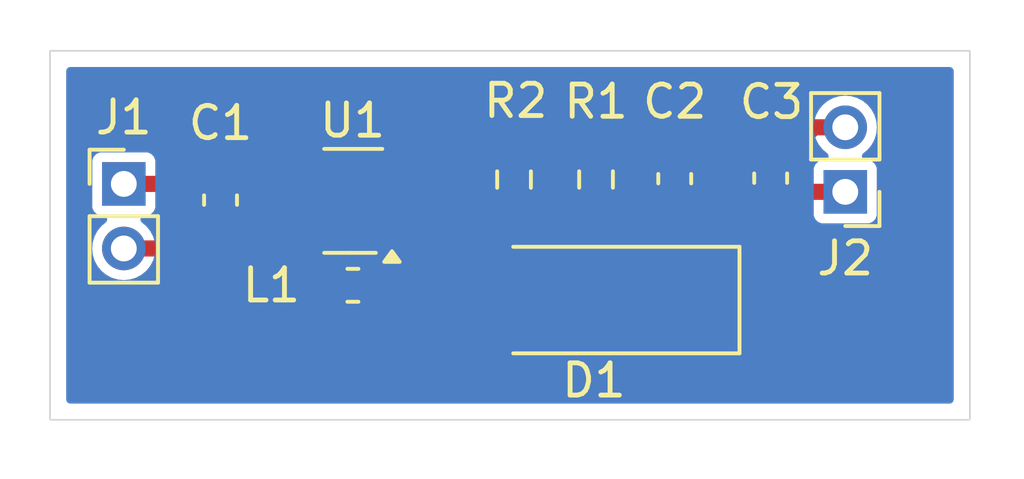
<source format=kicad_pcb>
(kicad_pcb (version 20240108) (generator "pcbnew") (generator_version "8.0")
  (layers (0 "F.Cu" signal) (31 "B.Cu" signal) (34 "B.Paste" user) (35 "F.Paste" user) (36 "B.SilkS" user "B.Silkscreen") (37 "F.SilkS" user "F.Silkscreen") (38 "B.Mask" user) (39 "F.Mask" user) (44 "Edge.Cuts" user))
  (net 0 "")
  (net 1 "Net-(J1-Pin_1)")
  (net 2 "Net-(J1-Pin_2)")
  (net 3 "Net-(D1-K)")
  (net 4 "Net-(U1-FB)")
  (net 5 "Net-(D1-A)")
  (footprint "Connector_PinHeader_2.00mm:PinHeader_1x02_P2.00mm_Vertical" (layer "F.Cu") (at 136.2964 67.3688)
    (property "Reference" "J1" (at 0 -2.06 0) (layer "F.SilkS"))
    (property "Value" "Input")
    (fp_line (start -1.06 -1.06) (end 0 -1.06) (stroke (width 0.12)) (layer "F.SilkS"))
    (fp_line (start -1.06 0) (end -1.06 -1.06) (stroke (width 0.12)) (layer "F.SilkS"))
    (fp_line (start -1.06 1) (end -1.06 3.06) (stroke (width 0.12)) (layer "F.SilkS"))
    (fp_line (start -1.06 1) (end 1.06 1) (stroke (width 0.12)) (layer "F.SilkS"))
    (fp_line (start -1.06 3.06) (end 1.06 3.06) (stroke (width 0.12)) (layer "F.SilkS"))
    (fp_line (start 1.06 1) (end 1.06 3.06) (stroke (width 0.12)) (layer "F.SilkS"))
    (pad "1" thru_hole rect (at 0 0) (size 1.35 1.35) (drill 0.8) (layers "*.Cu" "*.Mask") (net 1 "Net-(J1-Pin_1)"))
    (pad "2" thru_hole oval (at 0 2) (size 1.35 1.35) (drill 0.8) (layers "*.Cu" "*.Mask") (net 2 "Net-(J1-Pin_2)"))
  )
  (footprint "Package_TO_SOT_SMD:SOT-23-6_Handsoldering" (layer "F.Cu") (at 143.4046 67.8942 180)
    (property "Reference" "U1" (at 0.0216 2.4892 0) (layer "F.SilkS"))
    (property "Value" "MT3608" (hide yes))
    (fp_line (start 0.1 -1.61) (end 0.9 -1.61) (stroke (width 0.12)) (layer "F.SilkS"))
    (fp_line (start 0.1 -1.61) (end -0.7 -1.61) (stroke (width 0.12)) (layer "F.SilkS"))
    (fp_line (start -0.9 1.61) (end 0.9 1.61) (stroke (width 0.12)) (layer "F.SilkS"))
    (fp_poly (pts (xy -1.2 -1.56) (xy -1.44 -1.89) (xy -0.96 -1.89) (xy -1.2 -1.56)) (stroke (width 0.12)) (fill solid) (layer "F.SilkS"))
    (pad "1" smd roundrect (at -1.35 -0.95 180) (size 1.56 0.65) (layers "F.Cu" "F.Paste" "F.Mask") (net 5 "Net-(D1-A)"))
    (pad "2" smd roundrect (at -1.35 0 180) (size 1.56 0.65) (layers "F.Cu" "F.Paste" "F.Mask") (net 1 "Net-(J1-Pin_1)"))
    (pad "3" smd roundrect (at -1.35 0.95 180) (size 1.56 0.65) (layers "F.Cu" "F.Paste" "F.Mask") (net 4 "Net-(U1-FB)"))
    (pad "4" smd roundrect (at 1.35 0.95 180) (size 1.56 0.65) (layers "F.Cu" "F.Paste" "F.Mask") (net 2 "Net-(J1-Pin_2)"))
    (pad "5" smd roundrect (at 1.35 0 180) (size 1.56 0.65) (layers "F.Cu" "F.Paste" "F.Mask") (net 2 "Net-(J1-Pin_2)"))
    (pad "6" smd roundrect (at 1.35 -0.95 180) (size 1.56 0.65) (layers "F.Cu" "F.Paste" "F.Mask"))
  )
  (footprint "Capacitor_SMD:C_0603_1608Metric_Pad1.08x0.95mm_HandSolder" (layer "F.Cu") (at 156.337 67.191 90)
    (property "Reference" "C3" (at 2.3611 0.0254 0) (layer "F.SilkS"))
    (property "Value" "22u" (hide yes))
    (fp_line (start -0.146267 -0.51) (end 0.146267 -0.51) (stroke (width 0.12)) (layer "F.SilkS"))
    (fp_line (start -0.146267 0.51) (end 0.146267 0.51) (stroke (width 0.12)) (layer "F.SilkS"))
    (pad "1" smd roundrect (at -0.8625 0 90) (size 1.075 0.95) (layers "F.Cu" "F.Paste" "F.Mask") (net 3 "Net-(D1-K)"))
    (pad "2" smd roundrect (at 0.8625 0 90) (size 1.075 0.95) (layers "F.Cu" "F.Paste" "F.Mask") (net 1 "Net-(J1-Pin_1)"))
  )
  (footprint "Resistor_SMD:R_0603_1608Metric_Pad0.98x0.95mm_HandSolder" (layer "F.Cu") (at 150.9268 67.2319 -90)
    (property "Reference" "R1" (at -2.413 0 180) (layer "F.SilkS"))
    (property "Value" "390k" (hide yes))
    (fp_line (start -0.254724 0.5225) (end 0.254724 0.5225) (stroke (width 0.12)) (layer "F.SilkS"))
    (fp_line (start -0.254724 -0.5225) (end 0.254724 -0.5225) (stroke (width 0.12)) (layer "F.SilkS"))
    (pad "1" smd roundrect (at -0.9125 0 270) (size 0.975 0.95) (layers "F.Cu" "F.Paste" "F.Mask") (net 4 "Net-(U1-FB)"))
    (pad "2" smd roundrect (at 0.9125 0 270) (size 0.975 0.95) (layers "F.Cu" "F.Paste" "F.Mask") (net 3 "Net-(D1-K)"))
  )
  (footprint "Inductor_SMD:L_0603_1608Metric_Pad1.05x0.95mm_HandSolder" (layer "F.Cu") (at 143.3944 70.5104)
    (property "Reference" "L1" (at -2.526 0 0) (layer "F.SilkS"))
    (property "Value" "10u" (hide yes))
    (fp_line (start -0.171267 -0.51) (end 0.171267 -0.51) (stroke (width 0.12)) (layer "F.SilkS"))
    (fp_line (start -0.171267 0.51) (end 0.171267 0.51) (stroke (width 0.12)) (layer "F.SilkS"))
    (pad "1" smd roundrect (at -0.875 0) (size 1.05 0.95) (layers "F.Cu" "F.Paste" "F.Mask") (net 2 "Net-(J1-Pin_2)"))
    (pad "2" smd roundrect (at 0.875 0) (size 1.05 0.95) (layers "F.Cu" "F.Paste" "F.Mask") (net 5 "Net-(D1-A)"))
  )
  (footprint "Capacitor_SMD:C_0603_1608Metric_Pad1.08x0.95mm_HandSolder" (layer "F.Cu") (at 139.2936 67.8699 90)
    (property "Reference" "C1" (at 2.3887 0 0) (layer "F.SilkS"))
    (property "Value" "22u" (hide yes))
    (fp_line (start -0.146267 -0.51) (end 0.146267 -0.51) (stroke (width 0.12)) (layer "F.SilkS"))
    (fp_line (start -0.146267 0.51) (end 0.146267 0.51) (stroke (width 0.12)) (layer "F.SilkS"))
    (pad "1" smd roundrect (at -0.8625 0 90) (size 1.075 0.95) (layers "F.Cu" "F.Paste" "F.Mask") (net 2 "Net-(J1-Pin_2)"))
    (pad "2" smd roundrect (at 0.8625 0 90) (size 1.075 0.95) (layers "F.Cu" "F.Paste" "F.Mask") (net 1 "Net-(J1-Pin_1)"))
  )
  (footprint "Capacitor_SMD:C_0603_1608Metric_Pad1.08x0.95mm_HandSolder" (layer "F.Cu") (at 153.3652 67.2065 90)
    (property "Reference" "C2" (at 2.3876 0 0) (layer "F.SilkS"))
    (property "Value" "22u" (hide yes))
    (fp_line (start -0.146267 -0.51) (end 0.146267 -0.51) (stroke (width 0.12)) (layer "F.SilkS"))
    (fp_line (start -0.146267 0.51) (end 0.146267 0.51) (stroke (width 0.12)) (layer "F.SilkS"))
    (pad "1" smd roundrect (at -0.8625 0 90) (size 1.075 0.95) (layers "F.Cu" "F.Paste" "F.Mask") (net 3 "Net-(D1-K)"))
    (pad "2" smd roundrect (at 0.8625 0 90) (size 1.075 0.95) (layers "F.Cu" "F.Paste" "F.Mask") (net 4 "Net-(U1-FB)"))
  )
  (footprint "Resistor_SMD:R_0603_1608Metric_Pad0.98x0.95mm_HandSolder" (layer "F.Cu") (at 148.3868 67.2338 90)
    (property "Reference" "R2" (at 2.4384 0.0508 0) (layer "F.SilkS"))
    (property "Value" "10k" (hide yes))
    (fp_line (start -0.254724 -0.5225) (end 0.254724 -0.5225) (stroke (width 0.12)) (layer "F.SilkS"))
    (fp_line (start -0.254724 0.5225) (end 0.254724 0.5225) (stroke (width 0.12)) (layer "F.SilkS"))
    (pad "1" smd roundrect (at -0.9125 0 90) (size 0.975 0.95) (layers "F.Cu" "F.Paste" "F.Mask") (net 1 "Net-(J1-Pin_1)"))
    (pad "2" smd roundrect (at 0.9125 0 90) (size 0.975 0.95) (layers "F.Cu" "F.Paste" "F.Mask") (net 4 "Net-(U1-FB)"))
  )
  (footprint "Diode_SMD:D_SMA_Handsoldering" (layer "F.Cu") (at 150.8614 70.9676 180)
    (property "Reference" "D1" (at 0 -2.4892 0) (layer "F.SilkS"))
    (property "Value" ">30V, >2A" (hide yes))
    (fp_line (start -4.51 1.65) (end 2.5 1.65) (stroke (width 0.12)) (layer "F.SilkS"))
    (fp_line (start -4.51 -1.65) (end 2.5 -1.65) (stroke (width 0.12)) (layer "F.SilkS"))
    (fp_line (start -4.51 -1.65) (end -4.51 1.65) (stroke (width 0.12)) (layer "F.SilkS"))
    (pad "1" smd roundrect (at -2.5 0 180) (size 3.5 1.8) (layers "F.Cu" "F.Paste" "F.Mask") (roundrect_rratio 0.1388888889) (net 3 "Net-(D1-K)"))
    (pad "2" smd roundrect (at 2.5 0 180) (size 3.5 1.8) (layers "F.Cu" "F.Paste" "F.Mask") (roundrect_rratio 0.1388888889) (net 5 "Net-(D1-A)"))
  )
  (footprint "Connector_PinHeader_2.00mm:PinHeader_1x02_P2.00mm_Vertical" (layer "F.Cu") (at 158.6484 67.6148 180)
    (property "Reference" "J2" (at 0 -2.06 180) (layer "F.SilkS"))
    (property "Value" "Output")
    (fp_line (start 1.06 1) (end 1.06 3.06) (stroke (width 0.12)) (layer "F.SilkS"))
    (fp_line (start -1.06 3.06) (end 1.06 3.06) (stroke (width 0.12)) (layer "F.SilkS"))
    (fp_line (start -1.06 1) (end 1.06 1) (stroke (width 0.12)) (layer "F.SilkS"))
    (fp_line (start -1.06 1) (end -1.06 3.06) (stroke (width 0.12)) (layer "F.SilkS"))
    (fp_line (start -1.06 0) (end -1.06 -1.06) (stroke (width 0.12)) (layer "F.SilkS"))
    (fp_line (start -1.06 -1.06) (end 0 -1.06) (stroke (width 0.12)) (layer "F.SilkS"))
    (pad "1" thru_hole rect (at 0 0 180) (size 1.35 1.35) (drill 0.8) (layers "*.Cu" "*.Mask") (net 3 "Net-(D1-K)"))
    (pad "2" thru_hole oval (at 0 2 180) (size 1.35 1.35) (drill 0.8) (layers "*.Cu" "*.Mask") (net 1 "Net-(J1-Pin_1)"))
  )
  (gr_rect (start 134.0104 63.246) (end 162.5092 74.676) (stroke (width 0.05)) (fill none) (layer "Edge.Cuts"))
  (segment (start 146.5072 67.8942) (end 146.7593 68.1463) (width 0.5) (layer "F.Cu") (net 1))
  (segment (start 146.7593 68.1463) (end 148.3868 68.1463) (width 0.5) (layer "F.Cu") (net 1))
  (segment (start 156.337 66.3285) (end 155.1087 65.1002) (width 0.5) (layer "F.Cu") (net 1))
  (segment (start 138.0976 67.0074) (end 137.7362 67.3688) (width 0.5) (layer "F.Cu") (net 1))
  (segment (start 139.87625 67.0074) (end 141.25005 65.6336) (width 0.5) (layer "F.Cu") (net 1))
  (segment (start 143.383 66.0654) (end 143.383 67.4624) (width 0.5) (layer "F.Cu") (net 1))
  (segment (start 143.4846 65.1002) (end 142.9512 65.6336) (width 0.5) (layer "F.Cu") (net 1))
  (segment (start 156.9629 66.3285) (end 157.6766 65.6148) (width 0.5) (layer "F.Cu") (net 1))
  (segment (start 143.8148 67.8942) (end 144.7546 67.8942) (width 0.5) (layer "F.Cu") (net 1))
  (segment (start 144.7546 67.8942) (end 146.5072 67.8942) (width 0.5) (layer "F.Cu") (net 1))
  (segment (start 156.337 66.3285) (end 156.9629 66.3285) (width 0.5) (layer "F.Cu") (net 1))
  (segment (start 142.9512 65.6336) (end 143.383 66.0654) (width 0.5) (layer "F.Cu") (net 1))
  (segment (start 143.383 67.4624) (end 143.8148 67.8942) (width 0.5) (layer "F.Cu") (net 1))
  (segment (start 141.25005 65.6336) (end 142.9512 65.6336) (width 0.5) (layer "F.Cu") (net 1))
  (segment (start 138.0976 67.0074) (end 139.2936 67.0074) (width 0.5) (layer "F.Cu") (net 1))
  (segment (start 137.7362 67.3688) (end 136.2964 67.3688) (width 0.5) (layer "F.Cu") (net 1))
  (segment (start 157.6766 65.6148) (end 158.6484 65.6148) (width 0.5) (layer "F.Cu") (net 1))
  (segment (start 139.2936 67.0074) (end 139.87625 67.0074) (width 0.5) (layer "F.Cu") (net 1))
  (segment (start 155.1087 65.1002) (end 143.4846 65.1002) (width 0.5) (layer "F.Cu") (net 1))
  (segment (start 137.438 69.3688) (end 136.2964 69.3688) (width 0.5) (layer "F.Cu") (net 2))
  (segment (start 139.2936 68.7324) (end 139.8524 68.7324) (width 0.5) (layer "F.Cu") (net 2))
  (segment (start 141.3002 70.5104) (end 142.5194 70.5104) (width 0.5) (layer "F.Cu") (net 2))
  (segment (start 140.9294 66.9442) (end 140.5001 67.3735) (width 0.5) (layer "F.Cu") (net 2))
  (segment (start 140.6906 67.8942) (end 142.0546 67.8942) (width 0.5) (layer "F.Cu") (net 2))
  (segment (start 138.0744 68.7324) (end 139.2936 68.7324) (width 0.5) (layer "F.Cu") (net 2))
  (segment (start 139.8524 68.7324) (end 140.6906 67.8942) (width 0.5) (layer "F.Cu") (net 2))
  (segment (start 140.5001 69.7103) (end 141.3002 70.5104) (width 0.5) (layer "F.Cu") (net 2))
  (segment (start 138.0744 68.7324) (end 137.438 69.3688) (width 0.5) (layer "F.Cu") (net 2))
  (segment (start 140.5001 67.3735) (end 140.5001 69.7103) (width 0.5) (layer "F.Cu") (net 2))
  (segment (start 142.0546 66.9442) (end 140.9294 66.9442) (width 0.5) (layer "F.Cu") (net 2))
  (segment (start 156.337 68.0535) (end 156.9477 68.0535) (width 0.5) (layer "F.Cu") (net 3))
  (segment (start 153.3652 68.069) (end 156.3215 68.069) (width 0.5) (layer "F.Cu") (net 3))
  (segment (start 156.3215 68.069) (end 156.337 68.0535) (width 0.5) (layer "F.Cu") (net 3))
  (segment (start 153.3614 68.0728) (end 153.3652 68.069) (width 0.5) (layer "F.Cu") (net 3))
  (segment (start 150.9268 68.1444) (end 153.2898 68.1444) (width 0.5) (layer "F.Cu") (net 3))
  (segment (start 156.9477 68.0535) (end 157.3864 67.6148) (width 0.5) (layer "F.Cu") (net 3))
  (segment (start 157.3864 67.6148) (end 158.6484 67.6148) (width 0.5) (layer "F.Cu") (net 3))
  (segment (start 153.3614 70.9676) (end 153.3614 68.0728) (width 0.5) (layer "F.Cu") (net 3))
  (segment (start 153.2898 68.1444) (end 153.3652 68.069) (width 0.5) (layer "F.Cu") (net 3))
  (segment (start 150.9268 66.3194) (end 148.3887 66.3194) (width 0.5) (layer "F.Cu") (net 4))
  (segment (start 150.9514 66.344) (end 150.9268 66.3194) (width 0.5) (layer "F.Cu") (net 4))
  (segment (start 146.3396 66.9442) (end 144.7546 66.9442) (width 0.5) (layer "F.Cu") (net 4))
  (segment (start 146.9625 66.3213) (end 146.3396 66.9442) (width 0.5) (layer "F.Cu") (net 4))
  (segment (start 148.3868 66.3213) (end 146.9625 66.3213) (width 0.5) (layer "F.Cu") (net 4))
  (segment (start 153.3652 66.344) (end 150.9514 66.344) (width 0.5) (layer "F.Cu") (net 4))
  (segment (start 148.3887 66.3194) (end 148.3868 66.3213) (width 0.5) (layer "F.Cu") (net 4))
  (segment (start 143.9926 69.6468) (end 143.5608 69.6468) (width 0.5) (layer "F.Cu") (net 5))
  (segment (start 143.6776 68.8442) (end 144.7546 68.8442) (width 0.5) (layer "F.Cu") (net 5))
  (segment (start 144.2694 70.5104) (end 144.2694 69.9236) (width 0.5) (layer "F.Cu") (net 5))
  (segment (start 143.383 69.469) (end 143.383 69.1388) (width 0.5) (layer "F.Cu") (net 5))
  (segment (start 144.2694 69.9236) (end 143.9926 69.6468) (width 0.5) (layer "F.Cu") (net 5))
  (segment (start 143.5608 69.6468) (end 143.383 69.469) (width 0.5) (layer "F.Cu") (net 5))
  (segment (start 143.383 69.1388) (end 143.6776 68.8442) (width 0.5) (layer "F.Cu") (net 5))
  (segment (start 144.2694 70.5104) (end 145.288 70.5104) (width 0.5) (layer "F.Cu") (net 5))
  (segment (start 145.7452 70.9676) (end 148.3614 70.9676) (width 0.5) (layer "F.Cu") (net 5))
  (segment (start 145.288 70.5104) (end 145.7452 70.9676) (width 0.5) (layer "F.Cu") (net 5))
  (zone (net 0) (net_name "") (layer "B.Cu") (connect_pads (clearance 0.3)) (min_thickness 0.25) (fill yes (thermal_gap 0.5) (thermal_bridge_width 0.5))
    (polygon (pts (xy 132.461 61.6712) (xy 163.8554 62.1538) (xy 164.1856 76.5048) (xy 132.5372 75.946)))
  )
)
</source>
